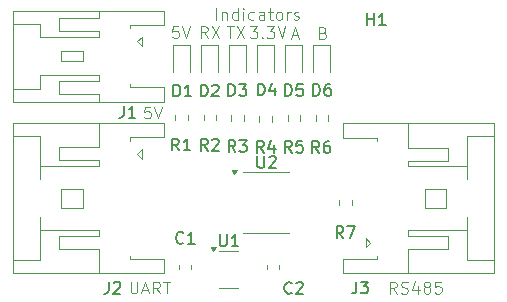
<source format=gbr>
%TF.GenerationSoftware,KiCad,Pcbnew,8.0.3*%
%TF.CreationDate,2024-06-27T16:33:06+09:00*%
%TF.ProjectId,UART-RS485 Read only,55415254-2d52-4533-9438-352052656164,rev?*%
%TF.SameCoordinates,Original*%
%TF.FileFunction,Legend,Top*%
%TF.FilePolarity,Positive*%
%FSLAX46Y46*%
G04 Gerber Fmt 4.6, Leading zero omitted, Abs format (unit mm)*
G04 Created by KiCad (PCBNEW 8.0.3) date 2024-06-27 16:33:06*
%MOMM*%
%LPD*%
G01*
G04 APERTURE LIST*
%ADD10C,0.100000*%
%ADD11C,0.150000*%
%ADD12C,0.120000*%
G04 APERTURE END LIST*
D10*
X164867217Y-91468609D02*
X165010074Y-91516228D01*
X165010074Y-91516228D02*
X165057693Y-91563847D01*
X165057693Y-91563847D02*
X165105312Y-91659085D01*
X165105312Y-91659085D02*
X165105312Y-91801942D01*
X165105312Y-91801942D02*
X165057693Y-91897180D01*
X165057693Y-91897180D02*
X165010074Y-91944800D01*
X165010074Y-91944800D02*
X164914836Y-91992419D01*
X164914836Y-91992419D02*
X164533884Y-91992419D01*
X164533884Y-91992419D02*
X164533884Y-90992419D01*
X164533884Y-90992419D02*
X164867217Y-90992419D01*
X164867217Y-90992419D02*
X164962455Y-91040038D01*
X164962455Y-91040038D02*
X165010074Y-91087657D01*
X165010074Y-91087657D02*
X165057693Y-91182895D01*
X165057693Y-91182895D02*
X165057693Y-91278133D01*
X165057693Y-91278133D02*
X165010074Y-91373371D01*
X165010074Y-91373371D02*
X164962455Y-91420990D01*
X164962455Y-91420990D02*
X164867217Y-91468609D01*
X164867217Y-91468609D02*
X164533884Y-91468609D01*
X158688646Y-90942419D02*
X159307693Y-90942419D01*
X159307693Y-90942419D02*
X158974360Y-91323371D01*
X158974360Y-91323371D02*
X159117217Y-91323371D01*
X159117217Y-91323371D02*
X159212455Y-91370990D01*
X159212455Y-91370990D02*
X159260074Y-91418609D01*
X159260074Y-91418609D02*
X159307693Y-91513847D01*
X159307693Y-91513847D02*
X159307693Y-91751942D01*
X159307693Y-91751942D02*
X159260074Y-91847180D01*
X159260074Y-91847180D02*
X159212455Y-91894800D01*
X159212455Y-91894800D02*
X159117217Y-91942419D01*
X159117217Y-91942419D02*
X158831503Y-91942419D01*
X158831503Y-91942419D02*
X158736265Y-91894800D01*
X158736265Y-91894800D02*
X158688646Y-91847180D01*
X159736265Y-91847180D02*
X159783884Y-91894800D01*
X159783884Y-91894800D02*
X159736265Y-91942419D01*
X159736265Y-91942419D02*
X159688646Y-91894800D01*
X159688646Y-91894800D02*
X159736265Y-91847180D01*
X159736265Y-91847180D02*
X159736265Y-91942419D01*
X160117217Y-90942419D02*
X160736264Y-90942419D01*
X160736264Y-90942419D02*
X160402931Y-91323371D01*
X160402931Y-91323371D02*
X160545788Y-91323371D01*
X160545788Y-91323371D02*
X160641026Y-91370990D01*
X160641026Y-91370990D02*
X160688645Y-91418609D01*
X160688645Y-91418609D02*
X160736264Y-91513847D01*
X160736264Y-91513847D02*
X160736264Y-91751942D01*
X160736264Y-91751942D02*
X160688645Y-91847180D01*
X160688645Y-91847180D02*
X160641026Y-91894800D01*
X160641026Y-91894800D02*
X160545788Y-91942419D01*
X160545788Y-91942419D02*
X160260074Y-91942419D01*
X160260074Y-91942419D02*
X160164836Y-91894800D01*
X160164836Y-91894800D02*
X160117217Y-91847180D01*
X161021979Y-90942419D02*
X161355312Y-91942419D01*
X161355312Y-91942419D02*
X161688645Y-90942419D01*
X148583884Y-112542419D02*
X148583884Y-113351942D01*
X148583884Y-113351942D02*
X148631503Y-113447180D01*
X148631503Y-113447180D02*
X148679122Y-113494800D01*
X148679122Y-113494800D02*
X148774360Y-113542419D01*
X148774360Y-113542419D02*
X148964836Y-113542419D01*
X148964836Y-113542419D02*
X149060074Y-113494800D01*
X149060074Y-113494800D02*
X149107693Y-113447180D01*
X149107693Y-113447180D02*
X149155312Y-113351942D01*
X149155312Y-113351942D02*
X149155312Y-112542419D01*
X149583884Y-113256704D02*
X150060074Y-113256704D01*
X149488646Y-113542419D02*
X149821979Y-112542419D01*
X149821979Y-112542419D02*
X150155312Y-113542419D01*
X151060074Y-113542419D02*
X150726741Y-113066228D01*
X150488646Y-113542419D02*
X150488646Y-112542419D01*
X150488646Y-112542419D02*
X150869598Y-112542419D01*
X150869598Y-112542419D02*
X150964836Y-112590038D01*
X150964836Y-112590038D02*
X151012455Y-112637657D01*
X151012455Y-112637657D02*
X151060074Y-112732895D01*
X151060074Y-112732895D02*
X151060074Y-112875752D01*
X151060074Y-112875752D02*
X151012455Y-112970990D01*
X151012455Y-112970990D02*
X150964836Y-113018609D01*
X150964836Y-113018609D02*
X150869598Y-113066228D01*
X150869598Y-113066228D02*
X150488646Y-113066228D01*
X151345789Y-112542419D02*
X151917217Y-112542419D01*
X151631503Y-113542419D02*
X151631503Y-112542419D01*
X150230074Y-97732419D02*
X149753884Y-97732419D01*
X149753884Y-97732419D02*
X149706265Y-98208609D01*
X149706265Y-98208609D02*
X149753884Y-98160990D01*
X149753884Y-98160990D02*
X149849122Y-98113371D01*
X149849122Y-98113371D02*
X150087217Y-98113371D01*
X150087217Y-98113371D02*
X150182455Y-98160990D01*
X150182455Y-98160990D02*
X150230074Y-98208609D01*
X150230074Y-98208609D02*
X150277693Y-98303847D01*
X150277693Y-98303847D02*
X150277693Y-98541942D01*
X150277693Y-98541942D02*
X150230074Y-98637180D01*
X150230074Y-98637180D02*
X150182455Y-98684800D01*
X150182455Y-98684800D02*
X150087217Y-98732419D01*
X150087217Y-98732419D02*
X149849122Y-98732419D01*
X149849122Y-98732419D02*
X149753884Y-98684800D01*
X149753884Y-98684800D02*
X149706265Y-98637180D01*
X150563408Y-97732419D02*
X150896741Y-98732419D01*
X150896741Y-98732419D02*
X151230074Y-97732419D01*
X155095312Y-91922419D02*
X154761979Y-91446228D01*
X154523884Y-91922419D02*
X154523884Y-90922419D01*
X154523884Y-90922419D02*
X154904836Y-90922419D01*
X154904836Y-90922419D02*
X155000074Y-90970038D01*
X155000074Y-90970038D02*
X155047693Y-91017657D01*
X155047693Y-91017657D02*
X155095312Y-91112895D01*
X155095312Y-91112895D02*
X155095312Y-91255752D01*
X155095312Y-91255752D02*
X155047693Y-91350990D01*
X155047693Y-91350990D02*
X155000074Y-91398609D01*
X155000074Y-91398609D02*
X154904836Y-91446228D01*
X154904836Y-91446228D02*
X154523884Y-91446228D01*
X155428646Y-90922419D02*
X156095312Y-91922419D01*
X156095312Y-90922419D02*
X155428646Y-91922419D01*
X162266265Y-91676704D02*
X162742455Y-91676704D01*
X162171027Y-91962419D02*
X162504360Y-90962419D01*
X162504360Y-90962419D02*
X162837693Y-91962419D01*
X156741027Y-90942419D02*
X157312455Y-90942419D01*
X157026741Y-91942419D02*
X157026741Y-90942419D01*
X157550551Y-90942419D02*
X158217217Y-91942419D01*
X158217217Y-90942419D02*
X157550551Y-91942419D01*
X155833884Y-90372419D02*
X155833884Y-89372419D01*
X156310074Y-89705752D02*
X156310074Y-90372419D01*
X156310074Y-89800990D02*
X156357693Y-89753371D01*
X156357693Y-89753371D02*
X156452931Y-89705752D01*
X156452931Y-89705752D02*
X156595788Y-89705752D01*
X156595788Y-89705752D02*
X156691026Y-89753371D01*
X156691026Y-89753371D02*
X156738645Y-89848609D01*
X156738645Y-89848609D02*
X156738645Y-90372419D01*
X157643407Y-90372419D02*
X157643407Y-89372419D01*
X157643407Y-90324800D02*
X157548169Y-90372419D01*
X157548169Y-90372419D02*
X157357693Y-90372419D01*
X157357693Y-90372419D02*
X157262455Y-90324800D01*
X157262455Y-90324800D02*
X157214836Y-90277180D01*
X157214836Y-90277180D02*
X157167217Y-90181942D01*
X157167217Y-90181942D02*
X157167217Y-89896228D01*
X157167217Y-89896228D02*
X157214836Y-89800990D01*
X157214836Y-89800990D02*
X157262455Y-89753371D01*
X157262455Y-89753371D02*
X157357693Y-89705752D01*
X157357693Y-89705752D02*
X157548169Y-89705752D01*
X157548169Y-89705752D02*
X157643407Y-89753371D01*
X158119598Y-90372419D02*
X158119598Y-89705752D01*
X158119598Y-89372419D02*
X158071979Y-89420038D01*
X158071979Y-89420038D02*
X158119598Y-89467657D01*
X158119598Y-89467657D02*
X158167217Y-89420038D01*
X158167217Y-89420038D02*
X158119598Y-89372419D01*
X158119598Y-89372419D02*
X158119598Y-89467657D01*
X159024359Y-90324800D02*
X158929121Y-90372419D01*
X158929121Y-90372419D02*
X158738645Y-90372419D01*
X158738645Y-90372419D02*
X158643407Y-90324800D01*
X158643407Y-90324800D02*
X158595788Y-90277180D01*
X158595788Y-90277180D02*
X158548169Y-90181942D01*
X158548169Y-90181942D02*
X158548169Y-89896228D01*
X158548169Y-89896228D02*
X158595788Y-89800990D01*
X158595788Y-89800990D02*
X158643407Y-89753371D01*
X158643407Y-89753371D02*
X158738645Y-89705752D01*
X158738645Y-89705752D02*
X158929121Y-89705752D01*
X158929121Y-89705752D02*
X159024359Y-89753371D01*
X159881502Y-90372419D02*
X159881502Y-89848609D01*
X159881502Y-89848609D02*
X159833883Y-89753371D01*
X159833883Y-89753371D02*
X159738645Y-89705752D01*
X159738645Y-89705752D02*
X159548169Y-89705752D01*
X159548169Y-89705752D02*
X159452931Y-89753371D01*
X159881502Y-90324800D02*
X159786264Y-90372419D01*
X159786264Y-90372419D02*
X159548169Y-90372419D01*
X159548169Y-90372419D02*
X159452931Y-90324800D01*
X159452931Y-90324800D02*
X159405312Y-90229561D01*
X159405312Y-90229561D02*
X159405312Y-90134323D01*
X159405312Y-90134323D02*
X159452931Y-90039085D01*
X159452931Y-90039085D02*
X159548169Y-89991466D01*
X159548169Y-89991466D02*
X159786264Y-89991466D01*
X159786264Y-89991466D02*
X159881502Y-89943847D01*
X160214836Y-89705752D02*
X160595788Y-89705752D01*
X160357693Y-89372419D02*
X160357693Y-90229561D01*
X160357693Y-90229561D02*
X160405312Y-90324800D01*
X160405312Y-90324800D02*
X160500550Y-90372419D01*
X160500550Y-90372419D02*
X160595788Y-90372419D01*
X161071979Y-90372419D02*
X160976741Y-90324800D01*
X160976741Y-90324800D02*
X160929122Y-90277180D01*
X160929122Y-90277180D02*
X160881503Y-90181942D01*
X160881503Y-90181942D02*
X160881503Y-89896228D01*
X160881503Y-89896228D02*
X160929122Y-89800990D01*
X160929122Y-89800990D02*
X160976741Y-89753371D01*
X160976741Y-89753371D02*
X161071979Y-89705752D01*
X161071979Y-89705752D02*
X161214836Y-89705752D01*
X161214836Y-89705752D02*
X161310074Y-89753371D01*
X161310074Y-89753371D02*
X161357693Y-89800990D01*
X161357693Y-89800990D02*
X161405312Y-89896228D01*
X161405312Y-89896228D02*
X161405312Y-90181942D01*
X161405312Y-90181942D02*
X161357693Y-90277180D01*
X161357693Y-90277180D02*
X161310074Y-90324800D01*
X161310074Y-90324800D02*
X161214836Y-90372419D01*
X161214836Y-90372419D02*
X161071979Y-90372419D01*
X161833884Y-90372419D02*
X161833884Y-89705752D01*
X161833884Y-89896228D02*
X161881503Y-89800990D01*
X161881503Y-89800990D02*
X161929122Y-89753371D01*
X161929122Y-89753371D02*
X162024360Y-89705752D01*
X162024360Y-89705752D02*
X162119598Y-89705752D01*
X162405313Y-90324800D02*
X162500551Y-90372419D01*
X162500551Y-90372419D02*
X162691027Y-90372419D01*
X162691027Y-90372419D02*
X162786265Y-90324800D01*
X162786265Y-90324800D02*
X162833884Y-90229561D01*
X162833884Y-90229561D02*
X162833884Y-90181942D01*
X162833884Y-90181942D02*
X162786265Y-90086704D01*
X162786265Y-90086704D02*
X162691027Y-90039085D01*
X162691027Y-90039085D02*
X162548170Y-90039085D01*
X162548170Y-90039085D02*
X162452932Y-89991466D01*
X162452932Y-89991466D02*
X162405313Y-89896228D01*
X162405313Y-89896228D02*
X162405313Y-89848609D01*
X162405313Y-89848609D02*
X162452932Y-89753371D01*
X162452932Y-89753371D02*
X162548170Y-89705752D01*
X162548170Y-89705752D02*
X162691027Y-89705752D01*
X162691027Y-89705752D02*
X162786265Y-89753371D01*
X171095312Y-113552419D02*
X170761979Y-113076228D01*
X170523884Y-113552419D02*
X170523884Y-112552419D01*
X170523884Y-112552419D02*
X170904836Y-112552419D01*
X170904836Y-112552419D02*
X171000074Y-112600038D01*
X171000074Y-112600038D02*
X171047693Y-112647657D01*
X171047693Y-112647657D02*
X171095312Y-112742895D01*
X171095312Y-112742895D02*
X171095312Y-112885752D01*
X171095312Y-112885752D02*
X171047693Y-112980990D01*
X171047693Y-112980990D02*
X171000074Y-113028609D01*
X171000074Y-113028609D02*
X170904836Y-113076228D01*
X170904836Y-113076228D02*
X170523884Y-113076228D01*
X171476265Y-113504800D02*
X171619122Y-113552419D01*
X171619122Y-113552419D02*
X171857217Y-113552419D01*
X171857217Y-113552419D02*
X171952455Y-113504800D01*
X171952455Y-113504800D02*
X172000074Y-113457180D01*
X172000074Y-113457180D02*
X172047693Y-113361942D01*
X172047693Y-113361942D02*
X172047693Y-113266704D01*
X172047693Y-113266704D02*
X172000074Y-113171466D01*
X172000074Y-113171466D02*
X171952455Y-113123847D01*
X171952455Y-113123847D02*
X171857217Y-113076228D01*
X171857217Y-113076228D02*
X171666741Y-113028609D01*
X171666741Y-113028609D02*
X171571503Y-112980990D01*
X171571503Y-112980990D02*
X171523884Y-112933371D01*
X171523884Y-112933371D02*
X171476265Y-112838133D01*
X171476265Y-112838133D02*
X171476265Y-112742895D01*
X171476265Y-112742895D02*
X171523884Y-112647657D01*
X171523884Y-112647657D02*
X171571503Y-112600038D01*
X171571503Y-112600038D02*
X171666741Y-112552419D01*
X171666741Y-112552419D02*
X171904836Y-112552419D01*
X171904836Y-112552419D02*
X172047693Y-112600038D01*
X172904836Y-112885752D02*
X172904836Y-113552419D01*
X172666741Y-112504800D02*
X172428646Y-113219085D01*
X172428646Y-113219085D02*
X173047693Y-113219085D01*
X173571503Y-112980990D02*
X173476265Y-112933371D01*
X173476265Y-112933371D02*
X173428646Y-112885752D01*
X173428646Y-112885752D02*
X173381027Y-112790514D01*
X173381027Y-112790514D02*
X173381027Y-112742895D01*
X173381027Y-112742895D02*
X173428646Y-112647657D01*
X173428646Y-112647657D02*
X173476265Y-112600038D01*
X173476265Y-112600038D02*
X173571503Y-112552419D01*
X173571503Y-112552419D02*
X173761979Y-112552419D01*
X173761979Y-112552419D02*
X173857217Y-112600038D01*
X173857217Y-112600038D02*
X173904836Y-112647657D01*
X173904836Y-112647657D02*
X173952455Y-112742895D01*
X173952455Y-112742895D02*
X173952455Y-112790514D01*
X173952455Y-112790514D02*
X173904836Y-112885752D01*
X173904836Y-112885752D02*
X173857217Y-112933371D01*
X173857217Y-112933371D02*
X173761979Y-112980990D01*
X173761979Y-112980990D02*
X173571503Y-112980990D01*
X173571503Y-112980990D02*
X173476265Y-113028609D01*
X173476265Y-113028609D02*
X173428646Y-113076228D01*
X173428646Y-113076228D02*
X173381027Y-113171466D01*
X173381027Y-113171466D02*
X173381027Y-113361942D01*
X173381027Y-113361942D02*
X173428646Y-113457180D01*
X173428646Y-113457180D02*
X173476265Y-113504800D01*
X173476265Y-113504800D02*
X173571503Y-113552419D01*
X173571503Y-113552419D02*
X173761979Y-113552419D01*
X173761979Y-113552419D02*
X173857217Y-113504800D01*
X173857217Y-113504800D02*
X173904836Y-113457180D01*
X173904836Y-113457180D02*
X173952455Y-113361942D01*
X173952455Y-113361942D02*
X173952455Y-113171466D01*
X173952455Y-113171466D02*
X173904836Y-113076228D01*
X173904836Y-113076228D02*
X173857217Y-113028609D01*
X173857217Y-113028609D02*
X173761979Y-112980990D01*
X174857217Y-112552419D02*
X174381027Y-112552419D01*
X174381027Y-112552419D02*
X174333408Y-113028609D01*
X174333408Y-113028609D02*
X174381027Y-112980990D01*
X174381027Y-112980990D02*
X174476265Y-112933371D01*
X174476265Y-112933371D02*
X174714360Y-112933371D01*
X174714360Y-112933371D02*
X174809598Y-112980990D01*
X174809598Y-112980990D02*
X174857217Y-113028609D01*
X174857217Y-113028609D02*
X174904836Y-113123847D01*
X174904836Y-113123847D02*
X174904836Y-113361942D01*
X174904836Y-113361942D02*
X174857217Y-113457180D01*
X174857217Y-113457180D02*
X174809598Y-113504800D01*
X174809598Y-113504800D02*
X174714360Y-113552419D01*
X174714360Y-113552419D02*
X174476265Y-113552419D01*
X174476265Y-113552419D02*
X174381027Y-113504800D01*
X174381027Y-113504800D02*
X174333408Y-113457180D01*
X152610074Y-90912419D02*
X152133884Y-90912419D01*
X152133884Y-90912419D02*
X152086265Y-91388609D01*
X152086265Y-91388609D02*
X152133884Y-91340990D01*
X152133884Y-91340990D02*
X152229122Y-91293371D01*
X152229122Y-91293371D02*
X152467217Y-91293371D01*
X152467217Y-91293371D02*
X152562455Y-91340990D01*
X152562455Y-91340990D02*
X152610074Y-91388609D01*
X152610074Y-91388609D02*
X152657693Y-91483847D01*
X152657693Y-91483847D02*
X152657693Y-91721942D01*
X152657693Y-91721942D02*
X152610074Y-91817180D01*
X152610074Y-91817180D02*
X152562455Y-91864800D01*
X152562455Y-91864800D02*
X152467217Y-91912419D01*
X152467217Y-91912419D02*
X152229122Y-91912419D01*
X152229122Y-91912419D02*
X152133884Y-91864800D01*
X152133884Y-91864800D02*
X152086265Y-91817180D01*
X152943408Y-90912419D02*
X153276741Y-91912419D01*
X153276741Y-91912419D02*
X153610074Y-90912419D01*
D11*
X147976666Y-97684819D02*
X147976666Y-98399104D01*
X147976666Y-98399104D02*
X147929047Y-98541961D01*
X147929047Y-98541961D02*
X147833809Y-98637200D01*
X147833809Y-98637200D02*
X147690952Y-98684819D01*
X147690952Y-98684819D02*
X147595714Y-98684819D01*
X148976666Y-98684819D02*
X148405238Y-98684819D01*
X148690952Y-98684819D02*
X148690952Y-97684819D01*
X148690952Y-97684819D02*
X148595714Y-97827676D01*
X148595714Y-97827676D02*
X148500476Y-97922914D01*
X148500476Y-97922914D02*
X148405238Y-97970533D01*
X167676666Y-112534819D02*
X167676666Y-113249104D01*
X167676666Y-113249104D02*
X167629047Y-113391961D01*
X167629047Y-113391961D02*
X167533809Y-113487200D01*
X167533809Y-113487200D02*
X167390952Y-113534819D01*
X167390952Y-113534819D02*
X167295714Y-113534819D01*
X168057619Y-112534819D02*
X168676666Y-112534819D01*
X168676666Y-112534819D02*
X168343333Y-112915771D01*
X168343333Y-112915771D02*
X168486190Y-112915771D01*
X168486190Y-112915771D02*
X168581428Y-112963390D01*
X168581428Y-112963390D02*
X168629047Y-113011009D01*
X168629047Y-113011009D02*
X168676666Y-113106247D01*
X168676666Y-113106247D02*
X168676666Y-113344342D01*
X168676666Y-113344342D02*
X168629047Y-113439580D01*
X168629047Y-113439580D02*
X168581428Y-113487200D01*
X168581428Y-113487200D02*
X168486190Y-113534819D01*
X168486190Y-113534819D02*
X168200476Y-113534819D01*
X168200476Y-113534819D02*
X168105238Y-113487200D01*
X168105238Y-113487200D02*
X168057619Y-113439580D01*
X164031905Y-96804819D02*
X164031905Y-95804819D01*
X164031905Y-95804819D02*
X164270000Y-95804819D01*
X164270000Y-95804819D02*
X164412857Y-95852438D01*
X164412857Y-95852438D02*
X164508095Y-95947676D01*
X164508095Y-95947676D02*
X164555714Y-96042914D01*
X164555714Y-96042914D02*
X164603333Y-96233390D01*
X164603333Y-96233390D02*
X164603333Y-96376247D01*
X164603333Y-96376247D02*
X164555714Y-96566723D01*
X164555714Y-96566723D02*
X164508095Y-96661961D01*
X164508095Y-96661961D02*
X164412857Y-96757200D01*
X164412857Y-96757200D02*
X164270000Y-96804819D01*
X164270000Y-96804819D02*
X164031905Y-96804819D01*
X165460476Y-95804819D02*
X165270000Y-95804819D01*
X165270000Y-95804819D02*
X165174762Y-95852438D01*
X165174762Y-95852438D02*
X165127143Y-95900057D01*
X165127143Y-95900057D02*
X165031905Y-96042914D01*
X165031905Y-96042914D02*
X164984286Y-96233390D01*
X164984286Y-96233390D02*
X164984286Y-96614342D01*
X164984286Y-96614342D02*
X165031905Y-96709580D01*
X165031905Y-96709580D02*
X165079524Y-96757200D01*
X165079524Y-96757200D02*
X165174762Y-96804819D01*
X165174762Y-96804819D02*
X165365238Y-96804819D01*
X165365238Y-96804819D02*
X165460476Y-96757200D01*
X165460476Y-96757200D02*
X165508095Y-96709580D01*
X165508095Y-96709580D02*
X165555714Y-96614342D01*
X165555714Y-96614342D02*
X165555714Y-96376247D01*
X165555714Y-96376247D02*
X165508095Y-96281009D01*
X165508095Y-96281009D02*
X165460476Y-96233390D01*
X165460476Y-96233390D02*
X165365238Y-96185771D01*
X165365238Y-96185771D02*
X165174762Y-96185771D01*
X165174762Y-96185771D02*
X165079524Y-96233390D01*
X165079524Y-96233390D02*
X165031905Y-96281009D01*
X165031905Y-96281009D02*
X164984286Y-96376247D01*
X166593333Y-108864819D02*
X166260000Y-108388628D01*
X166021905Y-108864819D02*
X166021905Y-107864819D01*
X166021905Y-107864819D02*
X166402857Y-107864819D01*
X166402857Y-107864819D02*
X166498095Y-107912438D01*
X166498095Y-107912438D02*
X166545714Y-107960057D01*
X166545714Y-107960057D02*
X166593333Y-108055295D01*
X166593333Y-108055295D02*
X166593333Y-108198152D01*
X166593333Y-108198152D02*
X166545714Y-108293390D01*
X166545714Y-108293390D02*
X166498095Y-108341009D01*
X166498095Y-108341009D02*
X166402857Y-108388628D01*
X166402857Y-108388628D02*
X166021905Y-108388628D01*
X166926667Y-107864819D02*
X167593333Y-107864819D01*
X167593333Y-107864819D02*
X167164762Y-108864819D01*
X152191905Y-96864819D02*
X152191905Y-95864819D01*
X152191905Y-95864819D02*
X152430000Y-95864819D01*
X152430000Y-95864819D02*
X152572857Y-95912438D01*
X152572857Y-95912438D02*
X152668095Y-96007676D01*
X152668095Y-96007676D02*
X152715714Y-96102914D01*
X152715714Y-96102914D02*
X152763333Y-96293390D01*
X152763333Y-96293390D02*
X152763333Y-96436247D01*
X152763333Y-96436247D02*
X152715714Y-96626723D01*
X152715714Y-96626723D02*
X152668095Y-96721961D01*
X152668095Y-96721961D02*
X152572857Y-96817200D01*
X152572857Y-96817200D02*
X152430000Y-96864819D01*
X152430000Y-96864819D02*
X152191905Y-96864819D01*
X153715714Y-96864819D02*
X153144286Y-96864819D01*
X153430000Y-96864819D02*
X153430000Y-95864819D01*
X153430000Y-95864819D02*
X153334762Y-96007676D01*
X153334762Y-96007676D02*
X153239524Y-96102914D01*
X153239524Y-96102914D02*
X153144286Y-96150533D01*
X159308095Y-101914819D02*
X159308095Y-102724342D01*
X159308095Y-102724342D02*
X159355714Y-102819580D01*
X159355714Y-102819580D02*
X159403333Y-102867200D01*
X159403333Y-102867200D02*
X159498571Y-102914819D01*
X159498571Y-102914819D02*
X159689047Y-102914819D01*
X159689047Y-102914819D02*
X159784285Y-102867200D01*
X159784285Y-102867200D02*
X159831904Y-102819580D01*
X159831904Y-102819580D02*
X159879523Y-102724342D01*
X159879523Y-102724342D02*
X159879523Y-101914819D01*
X160308095Y-102010057D02*
X160355714Y-101962438D01*
X160355714Y-101962438D02*
X160450952Y-101914819D01*
X160450952Y-101914819D02*
X160689047Y-101914819D01*
X160689047Y-101914819D02*
X160784285Y-101962438D01*
X160784285Y-101962438D02*
X160831904Y-102010057D01*
X160831904Y-102010057D02*
X160879523Y-102105295D01*
X160879523Y-102105295D02*
X160879523Y-102200533D01*
X160879523Y-102200533D02*
X160831904Y-102343390D01*
X160831904Y-102343390D02*
X160260476Y-102914819D01*
X160260476Y-102914819D02*
X160879523Y-102914819D01*
X159341905Y-96774819D02*
X159341905Y-95774819D01*
X159341905Y-95774819D02*
X159580000Y-95774819D01*
X159580000Y-95774819D02*
X159722857Y-95822438D01*
X159722857Y-95822438D02*
X159818095Y-95917676D01*
X159818095Y-95917676D02*
X159865714Y-96012914D01*
X159865714Y-96012914D02*
X159913333Y-96203390D01*
X159913333Y-96203390D02*
X159913333Y-96346247D01*
X159913333Y-96346247D02*
X159865714Y-96536723D01*
X159865714Y-96536723D02*
X159818095Y-96631961D01*
X159818095Y-96631961D02*
X159722857Y-96727200D01*
X159722857Y-96727200D02*
X159580000Y-96774819D01*
X159580000Y-96774819D02*
X159341905Y-96774819D01*
X160770476Y-96108152D02*
X160770476Y-96774819D01*
X160532381Y-95727200D02*
X160294286Y-96441485D01*
X160294286Y-96441485D02*
X160913333Y-96441485D01*
X156128095Y-108542319D02*
X156128095Y-109351842D01*
X156128095Y-109351842D02*
X156175714Y-109447080D01*
X156175714Y-109447080D02*
X156223333Y-109494700D01*
X156223333Y-109494700D02*
X156318571Y-109542319D01*
X156318571Y-109542319D02*
X156509047Y-109542319D01*
X156509047Y-109542319D02*
X156604285Y-109494700D01*
X156604285Y-109494700D02*
X156651904Y-109447080D01*
X156651904Y-109447080D02*
X156699523Y-109351842D01*
X156699523Y-109351842D02*
X156699523Y-108542319D01*
X157699523Y-109542319D02*
X157128095Y-109542319D01*
X157413809Y-109542319D02*
X157413809Y-108542319D01*
X157413809Y-108542319D02*
X157318571Y-108685176D01*
X157318571Y-108685176D02*
X157223333Y-108780414D01*
X157223333Y-108780414D02*
X157128095Y-108828033D01*
X146706666Y-112554819D02*
X146706666Y-113269104D01*
X146706666Y-113269104D02*
X146659047Y-113411961D01*
X146659047Y-113411961D02*
X146563809Y-113507200D01*
X146563809Y-113507200D02*
X146420952Y-113554819D01*
X146420952Y-113554819D02*
X146325714Y-113554819D01*
X147135238Y-112650057D02*
X147182857Y-112602438D01*
X147182857Y-112602438D02*
X147278095Y-112554819D01*
X147278095Y-112554819D02*
X147516190Y-112554819D01*
X147516190Y-112554819D02*
X147611428Y-112602438D01*
X147611428Y-112602438D02*
X147659047Y-112650057D01*
X147659047Y-112650057D02*
X147706666Y-112745295D01*
X147706666Y-112745295D02*
X147706666Y-112840533D01*
X147706666Y-112840533D02*
X147659047Y-112983390D01*
X147659047Y-112983390D02*
X147087619Y-113554819D01*
X147087619Y-113554819D02*
X147706666Y-113554819D01*
X161661905Y-96814819D02*
X161661905Y-95814819D01*
X161661905Y-95814819D02*
X161900000Y-95814819D01*
X161900000Y-95814819D02*
X162042857Y-95862438D01*
X162042857Y-95862438D02*
X162138095Y-95957676D01*
X162138095Y-95957676D02*
X162185714Y-96052914D01*
X162185714Y-96052914D02*
X162233333Y-96243390D01*
X162233333Y-96243390D02*
X162233333Y-96386247D01*
X162233333Y-96386247D02*
X162185714Y-96576723D01*
X162185714Y-96576723D02*
X162138095Y-96671961D01*
X162138095Y-96671961D02*
X162042857Y-96767200D01*
X162042857Y-96767200D02*
X161900000Y-96814819D01*
X161900000Y-96814819D02*
X161661905Y-96814819D01*
X163138095Y-95814819D02*
X162661905Y-95814819D01*
X162661905Y-95814819D02*
X162614286Y-96291009D01*
X162614286Y-96291009D02*
X162661905Y-96243390D01*
X162661905Y-96243390D02*
X162757143Y-96195771D01*
X162757143Y-96195771D02*
X162995238Y-96195771D01*
X162995238Y-96195771D02*
X163090476Y-96243390D01*
X163090476Y-96243390D02*
X163138095Y-96291009D01*
X163138095Y-96291009D02*
X163185714Y-96386247D01*
X163185714Y-96386247D02*
X163185714Y-96624342D01*
X163185714Y-96624342D02*
X163138095Y-96719580D01*
X163138095Y-96719580D02*
X163090476Y-96767200D01*
X163090476Y-96767200D02*
X162995238Y-96814819D01*
X162995238Y-96814819D02*
X162757143Y-96814819D01*
X162757143Y-96814819D02*
X162661905Y-96767200D01*
X162661905Y-96767200D02*
X162614286Y-96719580D01*
X154516905Y-96854819D02*
X154516905Y-95854819D01*
X154516905Y-95854819D02*
X154755000Y-95854819D01*
X154755000Y-95854819D02*
X154897857Y-95902438D01*
X154897857Y-95902438D02*
X154993095Y-95997676D01*
X154993095Y-95997676D02*
X155040714Y-96092914D01*
X155040714Y-96092914D02*
X155088333Y-96283390D01*
X155088333Y-96283390D02*
X155088333Y-96426247D01*
X155088333Y-96426247D02*
X155040714Y-96616723D01*
X155040714Y-96616723D02*
X154993095Y-96711961D01*
X154993095Y-96711961D02*
X154897857Y-96807200D01*
X154897857Y-96807200D02*
X154755000Y-96854819D01*
X154755000Y-96854819D02*
X154516905Y-96854819D01*
X155469286Y-95950057D02*
X155516905Y-95902438D01*
X155516905Y-95902438D02*
X155612143Y-95854819D01*
X155612143Y-95854819D02*
X155850238Y-95854819D01*
X155850238Y-95854819D02*
X155945476Y-95902438D01*
X155945476Y-95902438D02*
X155993095Y-95950057D01*
X155993095Y-95950057D02*
X156040714Y-96045295D01*
X156040714Y-96045295D02*
X156040714Y-96140533D01*
X156040714Y-96140533D02*
X155993095Y-96283390D01*
X155993095Y-96283390D02*
X155421667Y-96854819D01*
X155421667Y-96854819D02*
X156040714Y-96854819D01*
X159863333Y-101624819D02*
X159530000Y-101148628D01*
X159291905Y-101624819D02*
X159291905Y-100624819D01*
X159291905Y-100624819D02*
X159672857Y-100624819D01*
X159672857Y-100624819D02*
X159768095Y-100672438D01*
X159768095Y-100672438D02*
X159815714Y-100720057D01*
X159815714Y-100720057D02*
X159863333Y-100815295D01*
X159863333Y-100815295D02*
X159863333Y-100958152D01*
X159863333Y-100958152D02*
X159815714Y-101053390D01*
X159815714Y-101053390D02*
X159768095Y-101101009D01*
X159768095Y-101101009D02*
X159672857Y-101148628D01*
X159672857Y-101148628D02*
X159291905Y-101148628D01*
X160720476Y-100958152D02*
X160720476Y-101624819D01*
X160482381Y-100577200D02*
X160244286Y-101291485D01*
X160244286Y-101291485D02*
X160863333Y-101291485D01*
X168588095Y-90824819D02*
X168588095Y-89824819D01*
X168588095Y-90301009D02*
X169159523Y-90301009D01*
X169159523Y-90824819D02*
X169159523Y-89824819D01*
X170159523Y-90824819D02*
X169588095Y-90824819D01*
X169873809Y-90824819D02*
X169873809Y-89824819D01*
X169873809Y-89824819D02*
X169778571Y-89967676D01*
X169778571Y-89967676D02*
X169683333Y-90062914D01*
X169683333Y-90062914D02*
X169588095Y-90110533D01*
X164543333Y-101644819D02*
X164210000Y-101168628D01*
X163971905Y-101644819D02*
X163971905Y-100644819D01*
X163971905Y-100644819D02*
X164352857Y-100644819D01*
X164352857Y-100644819D02*
X164448095Y-100692438D01*
X164448095Y-100692438D02*
X164495714Y-100740057D01*
X164495714Y-100740057D02*
X164543333Y-100835295D01*
X164543333Y-100835295D02*
X164543333Y-100978152D01*
X164543333Y-100978152D02*
X164495714Y-101073390D01*
X164495714Y-101073390D02*
X164448095Y-101121009D01*
X164448095Y-101121009D02*
X164352857Y-101168628D01*
X164352857Y-101168628D02*
X163971905Y-101168628D01*
X165400476Y-100644819D02*
X165210000Y-100644819D01*
X165210000Y-100644819D02*
X165114762Y-100692438D01*
X165114762Y-100692438D02*
X165067143Y-100740057D01*
X165067143Y-100740057D02*
X164971905Y-100882914D01*
X164971905Y-100882914D02*
X164924286Y-101073390D01*
X164924286Y-101073390D02*
X164924286Y-101454342D01*
X164924286Y-101454342D02*
X164971905Y-101549580D01*
X164971905Y-101549580D02*
X165019524Y-101597200D01*
X165019524Y-101597200D02*
X165114762Y-101644819D01*
X165114762Y-101644819D02*
X165305238Y-101644819D01*
X165305238Y-101644819D02*
X165400476Y-101597200D01*
X165400476Y-101597200D02*
X165448095Y-101549580D01*
X165448095Y-101549580D02*
X165495714Y-101454342D01*
X165495714Y-101454342D02*
X165495714Y-101216247D01*
X165495714Y-101216247D02*
X165448095Y-101121009D01*
X165448095Y-101121009D02*
X165400476Y-101073390D01*
X165400476Y-101073390D02*
X165305238Y-101025771D01*
X165305238Y-101025771D02*
X165114762Y-101025771D01*
X165114762Y-101025771D02*
X165019524Y-101073390D01*
X165019524Y-101073390D02*
X164971905Y-101121009D01*
X164971905Y-101121009D02*
X164924286Y-101216247D01*
X155093333Y-101454819D02*
X154760000Y-100978628D01*
X154521905Y-101454819D02*
X154521905Y-100454819D01*
X154521905Y-100454819D02*
X154902857Y-100454819D01*
X154902857Y-100454819D02*
X154998095Y-100502438D01*
X154998095Y-100502438D02*
X155045714Y-100550057D01*
X155045714Y-100550057D02*
X155093333Y-100645295D01*
X155093333Y-100645295D02*
X155093333Y-100788152D01*
X155093333Y-100788152D02*
X155045714Y-100883390D01*
X155045714Y-100883390D02*
X154998095Y-100931009D01*
X154998095Y-100931009D02*
X154902857Y-100978628D01*
X154902857Y-100978628D02*
X154521905Y-100978628D01*
X155474286Y-100550057D02*
X155521905Y-100502438D01*
X155521905Y-100502438D02*
X155617143Y-100454819D01*
X155617143Y-100454819D02*
X155855238Y-100454819D01*
X155855238Y-100454819D02*
X155950476Y-100502438D01*
X155950476Y-100502438D02*
X155998095Y-100550057D01*
X155998095Y-100550057D02*
X156045714Y-100645295D01*
X156045714Y-100645295D02*
X156045714Y-100740533D01*
X156045714Y-100740533D02*
X155998095Y-100883390D01*
X155998095Y-100883390D02*
X155426667Y-101454819D01*
X155426667Y-101454819D02*
X156045714Y-101454819D01*
X152673333Y-101429819D02*
X152340000Y-100953628D01*
X152101905Y-101429819D02*
X152101905Y-100429819D01*
X152101905Y-100429819D02*
X152482857Y-100429819D01*
X152482857Y-100429819D02*
X152578095Y-100477438D01*
X152578095Y-100477438D02*
X152625714Y-100525057D01*
X152625714Y-100525057D02*
X152673333Y-100620295D01*
X152673333Y-100620295D02*
X152673333Y-100763152D01*
X152673333Y-100763152D02*
X152625714Y-100858390D01*
X152625714Y-100858390D02*
X152578095Y-100906009D01*
X152578095Y-100906009D02*
X152482857Y-100953628D01*
X152482857Y-100953628D02*
X152101905Y-100953628D01*
X153625714Y-101429819D02*
X153054286Y-101429819D01*
X153340000Y-101429819D02*
X153340000Y-100429819D01*
X153340000Y-100429819D02*
X153244762Y-100572676D01*
X153244762Y-100572676D02*
X153149524Y-100667914D01*
X153149524Y-100667914D02*
X153054286Y-100715533D01*
X162213333Y-113489580D02*
X162165714Y-113537200D01*
X162165714Y-113537200D02*
X162022857Y-113584819D01*
X162022857Y-113584819D02*
X161927619Y-113584819D01*
X161927619Y-113584819D02*
X161784762Y-113537200D01*
X161784762Y-113537200D02*
X161689524Y-113441961D01*
X161689524Y-113441961D02*
X161641905Y-113346723D01*
X161641905Y-113346723D02*
X161594286Y-113156247D01*
X161594286Y-113156247D02*
X161594286Y-113013390D01*
X161594286Y-113013390D02*
X161641905Y-112822914D01*
X161641905Y-112822914D02*
X161689524Y-112727676D01*
X161689524Y-112727676D02*
X161784762Y-112632438D01*
X161784762Y-112632438D02*
X161927619Y-112584819D01*
X161927619Y-112584819D02*
X162022857Y-112584819D01*
X162022857Y-112584819D02*
X162165714Y-112632438D01*
X162165714Y-112632438D02*
X162213333Y-112680057D01*
X162594286Y-112680057D02*
X162641905Y-112632438D01*
X162641905Y-112632438D02*
X162737143Y-112584819D01*
X162737143Y-112584819D02*
X162975238Y-112584819D01*
X162975238Y-112584819D02*
X163070476Y-112632438D01*
X163070476Y-112632438D02*
X163118095Y-112680057D01*
X163118095Y-112680057D02*
X163165714Y-112775295D01*
X163165714Y-112775295D02*
X163165714Y-112870533D01*
X163165714Y-112870533D02*
X163118095Y-113013390D01*
X163118095Y-113013390D02*
X162546667Y-113584819D01*
X162546667Y-113584819D02*
X163165714Y-113584819D01*
X162223333Y-101624819D02*
X161890000Y-101148628D01*
X161651905Y-101624819D02*
X161651905Y-100624819D01*
X161651905Y-100624819D02*
X162032857Y-100624819D01*
X162032857Y-100624819D02*
X162128095Y-100672438D01*
X162128095Y-100672438D02*
X162175714Y-100720057D01*
X162175714Y-100720057D02*
X162223333Y-100815295D01*
X162223333Y-100815295D02*
X162223333Y-100958152D01*
X162223333Y-100958152D02*
X162175714Y-101053390D01*
X162175714Y-101053390D02*
X162128095Y-101101009D01*
X162128095Y-101101009D02*
X162032857Y-101148628D01*
X162032857Y-101148628D02*
X161651905Y-101148628D01*
X163128095Y-100624819D02*
X162651905Y-100624819D01*
X162651905Y-100624819D02*
X162604286Y-101101009D01*
X162604286Y-101101009D02*
X162651905Y-101053390D01*
X162651905Y-101053390D02*
X162747143Y-101005771D01*
X162747143Y-101005771D02*
X162985238Y-101005771D01*
X162985238Y-101005771D02*
X163080476Y-101053390D01*
X163080476Y-101053390D02*
X163128095Y-101101009D01*
X163128095Y-101101009D02*
X163175714Y-101196247D01*
X163175714Y-101196247D02*
X163175714Y-101434342D01*
X163175714Y-101434342D02*
X163128095Y-101529580D01*
X163128095Y-101529580D02*
X163080476Y-101577200D01*
X163080476Y-101577200D02*
X162985238Y-101624819D01*
X162985238Y-101624819D02*
X162747143Y-101624819D01*
X162747143Y-101624819D02*
X162651905Y-101577200D01*
X162651905Y-101577200D02*
X162604286Y-101529580D01*
X156859405Y-96814819D02*
X156859405Y-95814819D01*
X156859405Y-95814819D02*
X157097500Y-95814819D01*
X157097500Y-95814819D02*
X157240357Y-95862438D01*
X157240357Y-95862438D02*
X157335595Y-95957676D01*
X157335595Y-95957676D02*
X157383214Y-96052914D01*
X157383214Y-96052914D02*
X157430833Y-96243390D01*
X157430833Y-96243390D02*
X157430833Y-96386247D01*
X157430833Y-96386247D02*
X157383214Y-96576723D01*
X157383214Y-96576723D02*
X157335595Y-96671961D01*
X157335595Y-96671961D02*
X157240357Y-96767200D01*
X157240357Y-96767200D02*
X157097500Y-96814819D01*
X157097500Y-96814819D02*
X156859405Y-96814819D01*
X157764167Y-95814819D02*
X158383214Y-95814819D01*
X158383214Y-95814819D02*
X158049881Y-96195771D01*
X158049881Y-96195771D02*
X158192738Y-96195771D01*
X158192738Y-96195771D02*
X158287976Y-96243390D01*
X158287976Y-96243390D02*
X158335595Y-96291009D01*
X158335595Y-96291009D02*
X158383214Y-96386247D01*
X158383214Y-96386247D02*
X158383214Y-96624342D01*
X158383214Y-96624342D02*
X158335595Y-96719580D01*
X158335595Y-96719580D02*
X158287976Y-96767200D01*
X158287976Y-96767200D02*
X158192738Y-96814819D01*
X158192738Y-96814819D02*
X157907024Y-96814819D01*
X157907024Y-96814819D02*
X157811786Y-96767200D01*
X157811786Y-96767200D02*
X157764167Y-96719580D01*
X157450833Y-101554819D02*
X157117500Y-101078628D01*
X156879405Y-101554819D02*
X156879405Y-100554819D01*
X156879405Y-100554819D02*
X157260357Y-100554819D01*
X157260357Y-100554819D02*
X157355595Y-100602438D01*
X157355595Y-100602438D02*
X157403214Y-100650057D01*
X157403214Y-100650057D02*
X157450833Y-100745295D01*
X157450833Y-100745295D02*
X157450833Y-100888152D01*
X157450833Y-100888152D02*
X157403214Y-100983390D01*
X157403214Y-100983390D02*
X157355595Y-101031009D01*
X157355595Y-101031009D02*
X157260357Y-101078628D01*
X157260357Y-101078628D02*
X156879405Y-101078628D01*
X157784167Y-100554819D02*
X158403214Y-100554819D01*
X158403214Y-100554819D02*
X158069881Y-100935771D01*
X158069881Y-100935771D02*
X158212738Y-100935771D01*
X158212738Y-100935771D02*
X158307976Y-100983390D01*
X158307976Y-100983390D02*
X158355595Y-101031009D01*
X158355595Y-101031009D02*
X158403214Y-101126247D01*
X158403214Y-101126247D02*
X158403214Y-101364342D01*
X158403214Y-101364342D02*
X158355595Y-101459580D01*
X158355595Y-101459580D02*
X158307976Y-101507200D01*
X158307976Y-101507200D02*
X158212738Y-101554819D01*
X158212738Y-101554819D02*
X157927024Y-101554819D01*
X157927024Y-101554819D02*
X157831786Y-101507200D01*
X157831786Y-101507200D02*
X157784167Y-101459580D01*
X153033333Y-109234580D02*
X152985714Y-109282200D01*
X152985714Y-109282200D02*
X152842857Y-109329819D01*
X152842857Y-109329819D02*
X152747619Y-109329819D01*
X152747619Y-109329819D02*
X152604762Y-109282200D01*
X152604762Y-109282200D02*
X152509524Y-109186961D01*
X152509524Y-109186961D02*
X152461905Y-109091723D01*
X152461905Y-109091723D02*
X152414286Y-108901247D01*
X152414286Y-108901247D02*
X152414286Y-108758390D01*
X152414286Y-108758390D02*
X152461905Y-108567914D01*
X152461905Y-108567914D02*
X152509524Y-108472676D01*
X152509524Y-108472676D02*
X152604762Y-108377438D01*
X152604762Y-108377438D02*
X152747619Y-108329819D01*
X152747619Y-108329819D02*
X152842857Y-108329819D01*
X152842857Y-108329819D02*
X152985714Y-108377438D01*
X152985714Y-108377438D02*
X153033333Y-108425057D01*
X153985714Y-109329819D02*
X153414286Y-109329819D01*
X153700000Y-109329819D02*
X153700000Y-108329819D01*
X153700000Y-108329819D02*
X153604762Y-108472676D01*
X153604762Y-108472676D02*
X153509524Y-108567914D01*
X153509524Y-108567914D02*
X153414286Y-108615533D01*
D12*
%TO.C,J1*%
X138600000Y-89590000D02*
X138600000Y-97310000D01*
X138600000Y-90700000D02*
X140900000Y-90700000D01*
X138600000Y-97310000D02*
X151420000Y-97310000D01*
X140900000Y-90700000D02*
X140900000Y-91850000D01*
X140900000Y-91850000D02*
X145910000Y-91850000D01*
X140900000Y-95050000D02*
X140900000Y-96200000D01*
X140900000Y-95050000D02*
X145910000Y-95050000D01*
X140900000Y-96200000D02*
X138600000Y-96200000D01*
X142500000Y-90250000D02*
X145910000Y-90250000D01*
X142500000Y-91350000D02*
X142500000Y-90250000D01*
X142500000Y-95550000D02*
X142500000Y-96650000D01*
X142500000Y-96650000D02*
X145910000Y-96650000D01*
X142710000Y-93050000D02*
X144510000Y-93050000D01*
X142710000Y-93850000D02*
X142710000Y-93050000D01*
X144510000Y-93050000D02*
X144510000Y-93850000D01*
X144510000Y-93850000D02*
X142710000Y-93850000D01*
X145910000Y-90250000D02*
X145910000Y-89590000D01*
X145910000Y-91350000D02*
X142500000Y-91350000D01*
X145910000Y-91850000D02*
X145910000Y-91350000D01*
X145910000Y-95050000D02*
X145910000Y-95550000D01*
X145910000Y-95550000D02*
X142500000Y-95550000D01*
X145910000Y-96650000D02*
X145910000Y-97310000D01*
X148520000Y-90810000D02*
X151420000Y-90810000D01*
X148520000Y-91090000D02*
X148520000Y-90810000D01*
X148520000Y-96090000D02*
X148520000Y-95810000D01*
X149110000Y-92200000D02*
X149510000Y-91800000D01*
X149510000Y-91800000D02*
X149510000Y-92600000D01*
X149510000Y-92600000D02*
X149110000Y-92200000D01*
X151420000Y-89590000D02*
X138600000Y-89590000D01*
X151420000Y-90810000D02*
X151420000Y-89590000D01*
X151420000Y-96090000D02*
X148520000Y-96090000D01*
X151420000Y-97310000D02*
X151420000Y-96090000D01*
%TO.C,J3*%
X166560000Y-99130000D02*
X166560000Y-100350000D01*
X166560000Y-100350000D02*
X169460000Y-100350000D01*
X166560000Y-110630000D02*
X166560000Y-111850000D01*
X166560000Y-111850000D02*
X179380000Y-111850000D01*
X168470000Y-108840000D02*
X168870000Y-109240000D01*
X168470000Y-109640000D02*
X168470000Y-108840000D01*
X168870000Y-109240000D02*
X168470000Y-109640000D01*
X169460000Y-100350000D02*
X169460000Y-100630000D01*
X169460000Y-110350000D02*
X169460000Y-110630000D01*
X169460000Y-110630000D02*
X166560000Y-110630000D01*
X172070000Y-101190000D02*
X172070000Y-99130000D01*
X172070000Y-102290000D02*
X175480000Y-102290000D01*
X172070000Y-102790000D02*
X172070000Y-102290000D01*
X172070000Y-108190000D02*
X172070000Y-108690000D01*
X172070000Y-108690000D02*
X175480000Y-108690000D01*
X172070000Y-109790000D02*
X172070000Y-111850000D01*
X173470000Y-104690000D02*
X175270000Y-104690000D01*
X173470000Y-106290000D02*
X173470000Y-104690000D01*
X175270000Y-104690000D02*
X175270000Y-106290000D01*
X175270000Y-106290000D02*
X173470000Y-106290000D01*
X175480000Y-101190000D02*
X172070000Y-101190000D01*
X175480000Y-102290000D02*
X175480000Y-101190000D01*
X175480000Y-108690000D02*
X175480000Y-109790000D01*
X175480000Y-109790000D02*
X172070000Y-109790000D01*
X177080000Y-100240000D02*
X179380000Y-100240000D01*
X177080000Y-102790000D02*
X172070000Y-102790000D01*
X177080000Y-103890000D02*
X177080000Y-100240000D01*
X177080000Y-108190000D02*
X172070000Y-108190000D01*
X177080000Y-110740000D02*
X177080000Y-107090000D01*
X179380000Y-99130000D02*
X166560000Y-99130000D01*
X179380000Y-110740000D02*
X177080000Y-110740000D01*
X179380000Y-111850000D02*
X179380000Y-99130000D01*
%TO.C,D6*%
X164025000Y-92535000D02*
X164025000Y-94820000D01*
X165495000Y-92535000D02*
X164025000Y-92535000D01*
X165495000Y-94820000D02*
X165495000Y-92535000D01*
%TO.C,R7*%
X166247500Y-106097258D02*
X166247500Y-105622742D01*
X167292500Y-106097258D02*
X167292500Y-105622742D01*
%TO.C,D1*%
X152165000Y-92525000D02*
X152165000Y-94810000D01*
X153635000Y-92525000D02*
X152165000Y-92525000D01*
X153635000Y-94810000D02*
X153635000Y-92525000D01*
%TO.C,U2*%
X160070000Y-103300000D02*
X158120000Y-103300000D01*
X160070000Y-103300000D02*
X162020000Y-103300000D01*
X160070000Y-108420000D02*
X158120000Y-108420000D01*
X160070000Y-108420000D02*
X162020000Y-108420000D01*
X157370000Y-103395000D02*
X157130000Y-103065000D01*
X157610000Y-103065000D01*
X157370000Y-103395000D01*
G36*
X157370000Y-103395000D02*
G01*
X157130000Y-103065000D01*
X157610000Y-103065000D01*
X157370000Y-103395000D01*
G37*
%TO.C,D4*%
X159275000Y-92522500D02*
X159275000Y-94807500D01*
X160745000Y-92522500D02*
X159275000Y-92522500D01*
X160745000Y-94807500D02*
X160745000Y-92522500D01*
%TO.C,U1*%
X156890000Y-109927500D02*
X156090000Y-109927500D01*
X156890000Y-109927500D02*
X157690000Y-109927500D01*
X156890000Y-113047500D02*
X156090000Y-113047500D01*
X156890000Y-113047500D02*
X157690000Y-113047500D01*
X155590000Y-109977500D02*
X155350000Y-109647500D01*
X155830000Y-109647500D01*
X155590000Y-109977500D01*
G36*
X155590000Y-109977500D02*
G01*
X155350000Y-109647500D01*
X155830000Y-109647500D01*
X155590000Y-109977500D01*
G37*
%TO.C,J2*%
X138600000Y-99120000D02*
X138600000Y-111840000D01*
X138600000Y-100230000D02*
X140900000Y-100230000D01*
X138600000Y-111840000D02*
X151420000Y-111840000D01*
X140900000Y-100230000D02*
X140900000Y-103880000D01*
X140900000Y-102780000D02*
X145910000Y-102780000D01*
X140900000Y-107080000D02*
X140900000Y-110730000D01*
X140900000Y-108180000D02*
X145910000Y-108180000D01*
X140900000Y-110730000D02*
X138600000Y-110730000D01*
X142500000Y-101180000D02*
X145910000Y-101180000D01*
X142500000Y-102280000D02*
X142500000Y-101180000D01*
X142500000Y-108680000D02*
X142500000Y-109780000D01*
X142500000Y-109780000D02*
X145910000Y-109780000D01*
X142710000Y-104680000D02*
X144510000Y-104680000D01*
X142710000Y-106280000D02*
X142710000Y-104680000D01*
X144510000Y-104680000D02*
X144510000Y-106280000D01*
X144510000Y-106280000D02*
X142710000Y-106280000D01*
X145910000Y-101180000D02*
X145910000Y-99120000D01*
X145910000Y-102280000D02*
X142500000Y-102280000D01*
X145910000Y-102780000D02*
X145910000Y-102280000D01*
X145910000Y-108180000D02*
X145910000Y-108680000D01*
X145910000Y-108680000D02*
X142500000Y-108680000D01*
X145910000Y-109780000D02*
X145910000Y-111840000D01*
X148520000Y-100340000D02*
X151420000Y-100340000D01*
X148520000Y-100620000D02*
X148520000Y-100340000D01*
X148520000Y-110620000D02*
X148520000Y-110340000D01*
X149110000Y-101730000D02*
X149510000Y-101330000D01*
X149510000Y-101330000D02*
X149510000Y-102130000D01*
X149510000Y-102130000D02*
X149110000Y-101730000D01*
X151420000Y-99120000D02*
X138600000Y-99120000D01*
X151420000Y-100340000D02*
X151420000Y-99120000D01*
X151420000Y-110620000D02*
X148520000Y-110620000D01*
X151420000Y-111840000D02*
X151420000Y-110620000D01*
%TO.C,D5*%
X161645000Y-92522500D02*
X161645000Y-94807500D01*
X163115000Y-92522500D02*
X161645000Y-92522500D01*
X163115000Y-94807500D02*
X163115000Y-92522500D01*
%TO.C,D2*%
X154535000Y-92505000D02*
X154535000Y-94790000D01*
X156005000Y-92505000D02*
X154535000Y-92505000D01*
X156005000Y-94790000D02*
X156005000Y-92505000D01*
%TO.C,R4*%
X159487500Y-98987258D02*
X159487500Y-98512742D01*
X160532500Y-98987258D02*
X160532500Y-98512742D01*
%TO.C,R6*%
X164257500Y-98952258D02*
X164257500Y-98477742D01*
X165302500Y-98952258D02*
X165302500Y-98477742D01*
%TO.C,R2*%
X154757500Y-98872258D02*
X154757500Y-98397742D01*
X155802500Y-98872258D02*
X155802500Y-98397742D01*
%TO.C,R1*%
X152367500Y-98872258D02*
X152367500Y-98397742D01*
X153412500Y-98872258D02*
X153412500Y-98397742D01*
%TO.C,C2*%
X160150000Y-111174420D02*
X160150000Y-111455580D01*
X161170000Y-111174420D02*
X161170000Y-111455580D01*
%TO.C,R5*%
X161867500Y-98952258D02*
X161867500Y-98477742D01*
X162912500Y-98952258D02*
X162912500Y-98477742D01*
%TO.C,D3*%
X156905000Y-92535000D02*
X156905000Y-94820000D01*
X158375000Y-92535000D02*
X156905000Y-92535000D01*
X158375000Y-94820000D02*
X158375000Y-92535000D01*
%TO.C,R3*%
X157115000Y-98937258D02*
X157115000Y-98462742D01*
X158160000Y-98937258D02*
X158160000Y-98462742D01*
%TO.C,C1*%
X152700000Y-111169420D02*
X152700000Y-111450580D01*
X153720000Y-111169420D02*
X153720000Y-111450580D01*
%TD*%
M02*

</source>
